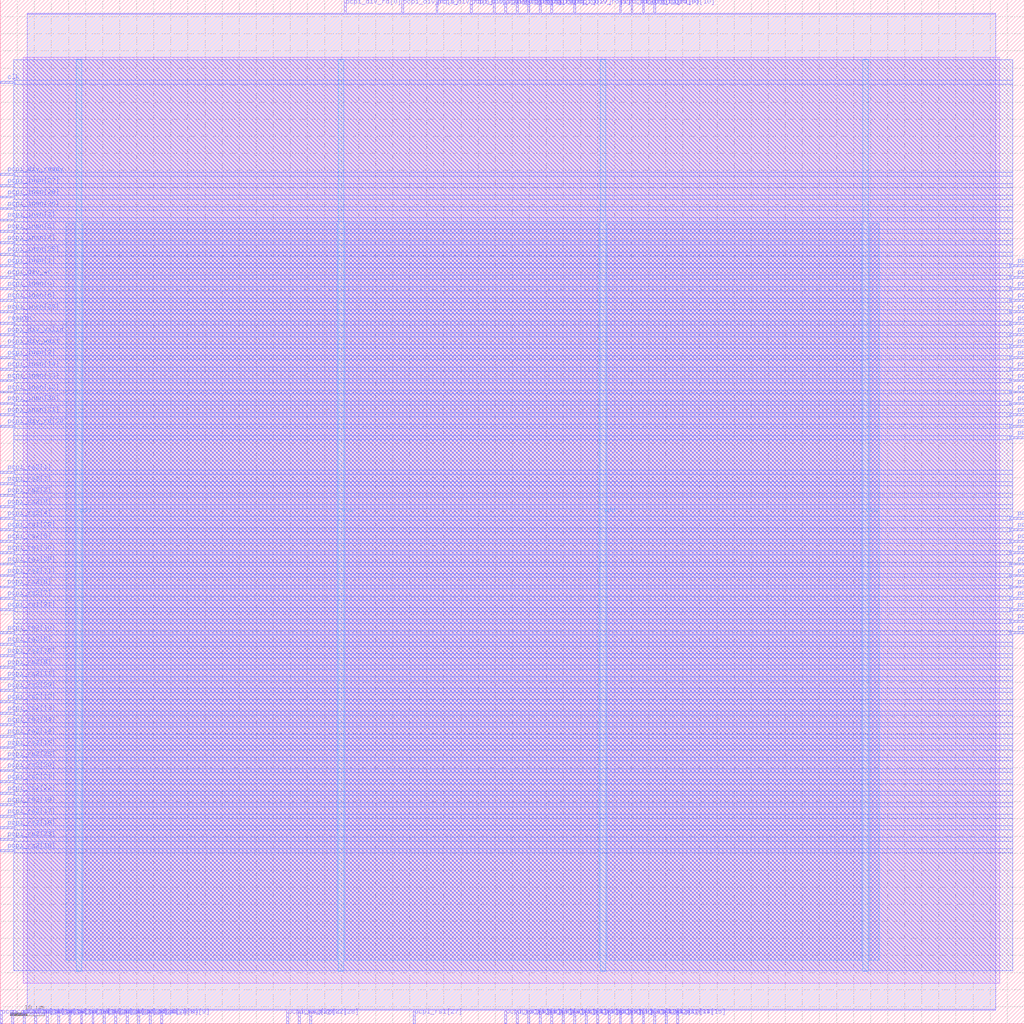
<source format=lef>
VERSION 5.7 ;
  NOWIREEXTENSIONATPIN ON ;
  DIVIDERCHAR "/" ;
  BUSBITCHARS "[]" ;
MACRO pcpi_div
  CLASS BLOCK ;
  FOREIGN pcpi_div ;
  ORIGIN 0.000 0.000 ;
  SIZE 300.000 BY 300.000 ;
  PIN clk
    DIRECTION INPUT ;
    USE SIGNAL ;
    ANTENNAGATEAREA 4.738000 ;
    ANTENNADIFFAREA 0.410400 ;
    PORT
      LAYER Metal3 ;
        RECT 0.000 275.520 4.000 276.080 ;
    END
  END clk
  PIN pcpi_div_rd[0]
    DIRECTION OUTPUT TRISTATE ;
    USE SIGNAL ;
    ANTENNADIFFAREA 4.731200 ;
    PORT
      LAYER Metal2 ;
        RECT 100.800 296.000 101.360 300.000 ;
    END
  END pcpi_div_rd[0]
  PIN pcpi_div_rd[10]
    DIRECTION OUTPUT TRISTATE ;
    USE SIGNAL ;
    ANTENNADIFFAREA 4.731200 ;
    PORT
      LAYER Metal2 ;
        RECT 191.520 296.000 192.080 300.000 ;
    END
  END pcpi_div_rd[10]
  PIN pcpi_div_rd[11]
    DIRECTION OUTPUT TRISTATE ;
    USE SIGNAL ;
    ANTENNADIFFAREA 4.731200 ;
    PORT
      LAYER Metal2 ;
        RECT 181.440 296.000 182.000 300.000 ;
    END
  END pcpi_div_rd[11]
  PIN pcpi_div_rd[12]
    DIRECTION OUTPUT TRISTATE ;
    USE SIGNAL ;
    ANTENNADIFFAREA 4.731200 ;
    PORT
      LAYER Metal3 ;
        RECT 296.000 171.360 300.000 171.920 ;
    END
  END pcpi_div_rd[12]
  PIN pcpi_div_rd[13]
    DIRECTION OUTPUT TRISTATE ;
    USE SIGNAL ;
    ANTENNADIFFAREA 4.731200 ;
    PORT
      LAYER Metal3 ;
        RECT 296.000 198.240 300.000 198.800 ;
    END
  END pcpi_div_rd[13]
  PIN pcpi_div_rd[14]
    DIRECTION OUTPUT TRISTATE ;
    USE SIGNAL ;
    ANTENNADIFFAREA 4.731200 ;
    PORT
      LAYER Metal3 ;
        RECT 296.000 221.760 300.000 222.320 ;
    END
  END pcpi_div_rd[14]
  PIN pcpi_div_rd[15]
    DIRECTION OUTPUT TRISTATE ;
    USE SIGNAL ;
    ANTENNADIFFAREA 4.731200 ;
    PORT
      LAYER Metal3 ;
        RECT 296.000 208.320 300.000 208.880 ;
    END
  END pcpi_div_rd[15]
  PIN pcpi_div_rd[16]
    DIRECTION OUTPUT TRISTATE ;
    USE SIGNAL ;
    ANTENNADIFFAREA 4.731200 ;
    PORT
      LAYER Metal3 ;
        RECT 296.000 191.520 300.000 192.080 ;
    END
  END pcpi_div_rd[16]
  PIN pcpi_div_rd[17]
    DIRECTION OUTPUT TRISTATE ;
    USE SIGNAL ;
    ANTENNADIFFAREA 4.731200 ;
    PORT
      LAYER Metal3 ;
        RECT 296.000 215.040 300.000 215.600 ;
    END
  END pcpi_div_rd[17]
  PIN pcpi_div_rd[18]
    DIRECTION OUTPUT TRISTATE ;
    USE SIGNAL ;
    ANTENNADIFFAREA 4.731200 ;
    PORT
      LAYER Metal3 ;
        RECT 296.000 174.720 300.000 175.280 ;
    END
  END pcpi_div_rd[18]
  PIN pcpi_div_rd[19]
    DIRECTION OUTPUT TRISTATE ;
    USE SIGNAL ;
    ANTENNADIFFAREA 4.731200 ;
    PORT
      LAYER Metal3 ;
        RECT 296.000 211.680 300.000 212.240 ;
    END
  END pcpi_div_rd[19]
  PIN pcpi_div_rd[1]
    DIRECTION OUTPUT TRISTATE ;
    USE SIGNAL ;
    ANTENNADIFFAREA 4.731200 ;
    PORT
      LAYER Metal2 ;
        RECT 168.000 296.000 168.560 300.000 ;
    END
  END pcpi_div_rd[1]
  PIN pcpi_div_rd[20]
    DIRECTION OUTPUT TRISTATE ;
    USE SIGNAL ;
    ANTENNADIFFAREA 4.731200 ;
    PORT
      LAYER Metal3 ;
        RECT 296.000 178.080 300.000 178.640 ;
    END
  END pcpi_div_rd[20]
  PIN pcpi_div_rd[21]
    DIRECTION OUTPUT TRISTATE ;
    USE SIGNAL ;
    ANTENNADIFFAREA 4.731200 ;
    PORT
      LAYER Metal3 ;
        RECT 296.000 204.960 300.000 205.520 ;
    END
  END pcpi_div_rd[21]
  PIN pcpi_div_rd[22]
    DIRECTION OUTPUT TRISTATE ;
    USE SIGNAL ;
    ANTENNADIFFAREA 4.731200 ;
    PORT
      LAYER Metal3 ;
        RECT 296.000 188.160 300.000 188.720 ;
    END
  END pcpi_div_rd[22]
  PIN pcpi_div_rd[23]
    DIRECTION OUTPUT TRISTATE ;
    USE SIGNAL ;
    ANTENNADIFFAREA 4.731200 ;
    PORT
      LAYER Metal3 ;
        RECT 296.000 201.600 300.000 202.160 ;
    END
  END pcpi_div_rd[23]
  PIN pcpi_div_rd[24]
    DIRECTION OUTPUT TRISTATE ;
    USE SIGNAL ;
    ANTENNADIFFAREA 4.731200 ;
    PORT
      LAYER Metal3 ;
        RECT 296.000 184.800 300.000 185.360 ;
    END
  END pcpi_div_rd[24]
  PIN pcpi_div_rd[25]
    DIRECTION OUTPUT TRISTATE ;
    USE SIGNAL ;
    ANTENNADIFFAREA 4.731200 ;
    PORT
      LAYER Metal3 ;
        RECT 296.000 218.400 300.000 218.960 ;
    END
  END pcpi_div_rd[25]
  PIN pcpi_div_rd[26]
    DIRECTION OUTPUT TRISTATE ;
    USE SIGNAL ;
    ANTENNADIFFAREA 4.731200 ;
    PORT
      LAYER Metal2 ;
        RECT 144.480 296.000 145.040 300.000 ;
    END
  END pcpi_div_rd[26]
  PIN pcpi_div_rd[27]
    DIRECTION OUTPUT TRISTATE ;
    USE SIGNAL ;
    ANTENNADIFFAREA 4.731200 ;
    PORT
      LAYER Metal2 ;
        RECT 161.280 296.000 161.840 300.000 ;
    END
  END pcpi_div_rd[27]
  PIN pcpi_div_rd[28]
    DIRECTION OUTPUT TRISTATE ;
    USE SIGNAL ;
    ANTENNADIFFAREA 4.731200 ;
    PORT
      LAYER Metal2 ;
        RECT 137.760 296.000 138.320 300.000 ;
    END
  END pcpi_div_rd[28]
  PIN pcpi_div_rd[29]
    DIRECTION OUTPUT TRISTATE ;
    USE SIGNAL ;
    ANTENNADIFFAREA 4.731200 ;
    PORT
      LAYER Metal2 ;
        RECT 151.200 296.000 151.760 300.000 ;
    END
  END pcpi_div_rd[29]
  PIN pcpi_div_rd[2]
    DIRECTION OUTPUT TRISTATE ;
    USE SIGNAL ;
    ANTENNADIFFAREA 4.731200 ;
    PORT
      LAYER Metal2 ;
        RECT 157.920 296.000 158.480 300.000 ;
    END
  END pcpi_div_rd[2]
  PIN pcpi_div_rd[30]
    DIRECTION OUTPUT TRISTATE ;
    USE SIGNAL ;
    ANTENNADIFFAREA 4.731200 ;
    PORT
      LAYER Metal3 ;
        RECT 0.000 174.720 4.000 175.280 ;
    END
  END pcpi_div_rd[30]
  PIN pcpi_div_rd[31]
    DIRECTION OUTPUT TRISTATE ;
    USE SIGNAL ;
    ANTENNADIFFAREA 4.731200 ;
    PORT
      LAYER Metal2 ;
        RECT 184.800 296.000 185.360 300.000 ;
    END
  END pcpi_div_rd[31]
  PIN pcpi_div_rd[3]
    DIRECTION OUTPUT TRISTATE ;
    USE SIGNAL ;
    ANTENNADIFFAREA 4.731200 ;
    PORT
      LAYER Metal2 ;
        RECT 154.560 296.000 155.120 300.000 ;
    END
  END pcpi_div_rd[3]
  PIN pcpi_div_rd[4]
    DIRECTION OUTPUT TRISTATE ;
    USE SIGNAL ;
    ANTENNADIFFAREA 4.731200 ;
    PORT
      LAYER Metal2 ;
        RECT 117.600 296.000 118.160 300.000 ;
    END
  END pcpi_div_rd[4]
  PIN pcpi_div_rd[5]
    DIRECTION OUTPUT TRISTATE ;
    USE SIGNAL ;
    ANTENNADIFFAREA 4.731200 ;
    PORT
      LAYER Metal2 ;
        RECT 127.680 296.000 128.240 300.000 ;
    END
  END pcpi_div_rd[5]
  PIN pcpi_div_rd[6]
    DIRECTION OUTPUT TRISTATE ;
    USE SIGNAL ;
    ANTENNADIFFAREA 4.731200 ;
    PORT
      LAYER Metal2 ;
        RECT 147.840 296.000 148.400 300.000 ;
    END
  END pcpi_div_rd[6]
  PIN pcpi_div_rd[7]
    DIRECTION OUTPUT TRISTATE ;
    USE SIGNAL ;
    ANTENNADIFFAREA 4.731200 ;
    PORT
      LAYER Metal3 ;
        RECT 296.000 194.880 300.000 195.440 ;
    END
  END pcpi_div_rd[7]
  PIN pcpi_div_rd[8]
    DIRECTION OUTPUT TRISTATE ;
    USE SIGNAL ;
    ANTENNADIFFAREA 4.731200 ;
    PORT
      LAYER Metal3 ;
        RECT 296.000 181.440 300.000 182.000 ;
    END
  END pcpi_div_rd[8]
  PIN pcpi_div_rd[9]
    DIRECTION OUTPUT TRISTATE ;
    USE SIGNAL ;
    ANTENNADIFFAREA 4.731200 ;
    PORT
      LAYER Metal2 ;
        RECT 188.160 296.000 188.720 300.000 ;
    END
  END pcpi_div_rd[9]
  PIN pcpi_div_ready
    DIRECTION OUTPUT TRISTATE ;
    USE SIGNAL ;
    ANTENNADIFFAREA 4.731200 ;
    PORT
      LAYER Metal3 ;
        RECT 0.000 248.640 4.000 249.200 ;
    END
  END pcpi_div_ready
  PIN pcpi_div_valid
    DIRECTION INPUT ;
    USE SIGNAL ;
    ANTENNAGATEAREA 0.741000 ;
    ANTENNADIFFAREA 0.410400 ;
    PORT
      LAYER Metal3 ;
        RECT 0.000 201.600 4.000 202.160 ;
    END
  END pcpi_div_valid
  PIN pcpi_div_wait
    DIRECTION OUTPUT TRISTATE ;
    USE SIGNAL ;
    ANTENNADIFFAREA 4.731200 ;
    PORT
      LAYER Metal3 ;
        RECT 0.000 198.240 4.000 198.800 ;
    END
  END pcpi_div_wait
  PIN pcpi_div_wr
    DIRECTION OUTPUT TRISTATE ;
    USE SIGNAL ;
    ANTENNADIFFAREA 4.731200 ;
    PORT
      LAYER Metal3 ;
        RECT 0.000 218.400 4.000 218.960 ;
    END
  END pcpi_div_wr
  PIN pcpi_insn[0]
    DIRECTION INPUT ;
    USE SIGNAL ;
    ANTENNAGATEAREA 0.741000 ;
    ANTENNADIFFAREA 0.410400 ;
    PORT
      LAYER Metal3 ;
        RECT 0.000 215.040 4.000 215.600 ;
    END
  END pcpi_insn[0]
  PIN pcpi_insn[10]
    DIRECTION INPUT ;
    USE SIGNAL ;
    PORT
      LAYER Metal2 ;
        RECT 0.000 0.000 0.560 4.000 ;
    END
  END pcpi_insn[10]
  PIN pcpi_insn[11]
    DIRECTION INPUT ;
    USE SIGNAL ;
    PORT
      LAYER Metal2 ;
        RECT 3.360 0.000 3.920 4.000 ;
    END
  END pcpi_insn[11]
  PIN pcpi_insn[12]
    DIRECTION INPUT ;
    USE SIGNAL ;
    ANTENNAGATEAREA 0.741000 ;
    ANTENNADIFFAREA 0.410400 ;
    PORT
      LAYER Metal3 ;
        RECT 0.000 184.800 4.000 185.360 ;
    END
  END pcpi_insn[12]
  PIN pcpi_insn[13]
    DIRECTION INPUT ;
    USE SIGNAL ;
    ANTENNAGATEAREA 0.741000 ;
    ANTENNADIFFAREA 0.410400 ;
    PORT
      LAYER Metal3 ;
        RECT 0.000 188.160 4.000 188.720 ;
    END
  END pcpi_insn[13]
  PIN pcpi_insn[14]
    DIRECTION INPUT ;
    USE SIGNAL ;
    ANTENNAGATEAREA 0.741000 ;
    ANTENNADIFFAREA 0.410400 ;
    PORT
      LAYER Metal3 ;
        RECT 0.000 191.520 4.000 192.080 ;
    END
  END pcpi_insn[14]
  PIN pcpi_insn[15]
    DIRECTION INPUT ;
    USE SIGNAL ;
    PORT
      LAYER Metal2 ;
        RECT 6.720 0.000 7.280 4.000 ;
    END
  END pcpi_insn[15]
  PIN pcpi_insn[16]
    DIRECTION INPUT ;
    USE SIGNAL ;
    PORT
      LAYER Metal2 ;
        RECT 10.080 0.000 10.640 4.000 ;
    END
  END pcpi_insn[16]
  PIN pcpi_insn[17]
    DIRECTION INPUT ;
    USE SIGNAL ;
    PORT
      LAYER Metal2 ;
        RECT 13.440 0.000 14.000 4.000 ;
    END
  END pcpi_insn[17]
  PIN pcpi_insn[18]
    DIRECTION INPUT ;
    USE SIGNAL ;
    PORT
      LAYER Metal2 ;
        RECT 16.800 0.000 17.360 4.000 ;
    END
  END pcpi_insn[18]
  PIN pcpi_insn[19]
    DIRECTION INPUT ;
    USE SIGNAL ;
    PORT
      LAYER Metal2 ;
        RECT 20.160 0.000 20.720 4.000 ;
    END
  END pcpi_insn[19]
  PIN pcpi_insn[1]
    DIRECTION INPUT ;
    USE SIGNAL ;
    ANTENNAGATEAREA 0.741000 ;
    ANTENNADIFFAREA 0.410400 ;
    PORT
      LAYER Metal3 ;
        RECT 0.000 221.760 4.000 222.320 ;
    END
  END pcpi_insn[1]
  PIN pcpi_insn[20]
    DIRECTION INPUT ;
    USE SIGNAL ;
    PORT
      LAYER Metal2 ;
        RECT 23.520 0.000 24.080 4.000 ;
    END
  END pcpi_insn[20]
  PIN pcpi_insn[21]
    DIRECTION INPUT ;
    USE SIGNAL ;
    PORT
      LAYER Metal2 ;
        RECT 26.880 0.000 27.440 4.000 ;
    END
  END pcpi_insn[21]
  PIN pcpi_insn[22]
    DIRECTION INPUT ;
    USE SIGNAL ;
    PORT
      LAYER Metal2 ;
        RECT 30.240 0.000 30.800 4.000 ;
    END
  END pcpi_insn[22]
  PIN pcpi_insn[23]
    DIRECTION INPUT ;
    USE SIGNAL ;
    PORT
      LAYER Metal2 ;
        RECT 33.600 0.000 34.160 4.000 ;
    END
  END pcpi_insn[23]
  PIN pcpi_insn[24]
    DIRECTION INPUT ;
    USE SIGNAL ;
    PORT
      LAYER Metal2 ;
        RECT 36.960 0.000 37.520 4.000 ;
    END
  END pcpi_insn[24]
  PIN pcpi_insn[25]
    DIRECTION INPUT ;
    USE SIGNAL ;
    ANTENNAGATEAREA 0.741000 ;
    ANTENNADIFFAREA 0.410400 ;
    PORT
      LAYER Metal3 ;
        RECT 0.000 225.120 4.000 225.680 ;
    END
  END pcpi_insn[25]
  PIN pcpi_insn[26]
    DIRECTION INPUT ;
    USE SIGNAL ;
    ANTENNAGATEAREA 0.741000 ;
    ANTENNADIFFAREA 0.410400 ;
    PORT
      LAYER Metal3 ;
        RECT 0.000 238.560 4.000 239.120 ;
    END
  END pcpi_insn[26]
  PIN pcpi_insn[27]
    DIRECTION INPUT ;
    USE SIGNAL ;
    ANTENNAGATEAREA 0.741000 ;
    ANTENNADIFFAREA 0.410400 ;
    PORT
      LAYER Metal3 ;
        RECT 0.000 245.280 4.000 245.840 ;
    END
  END pcpi_insn[27]
  PIN pcpi_insn[28]
    DIRECTION INPUT ;
    USE SIGNAL ;
    ANTENNAGATEAREA 0.741000 ;
    ANTENNADIFFAREA 0.410400 ;
    PORT
      LAYER Metal3 ;
        RECT 0.000 241.920 4.000 242.480 ;
    END
  END pcpi_insn[28]
  PIN pcpi_insn[29]
    DIRECTION INPUT ;
    USE SIGNAL ;
    ANTENNAGATEAREA 0.741000 ;
    ANTENNADIFFAREA 0.410400 ;
    PORT
      LAYER Metal3 ;
        RECT 0.000 208.320 4.000 208.880 ;
    END
  END pcpi_insn[29]
  PIN pcpi_insn[2]
    DIRECTION INPUT ;
    USE SIGNAL ;
    ANTENNAGATEAREA 0.741000 ;
    ANTENNADIFFAREA 0.410400 ;
    PORT
      LAYER Metal3 ;
        RECT 0.000 235.200 4.000 235.760 ;
    END
  END pcpi_insn[2]
  PIN pcpi_insn[30]
    DIRECTION INPUT ;
    USE SIGNAL ;
    ANTENNAGATEAREA 0.741000 ;
    ANTENNADIFFAREA 0.410400 ;
    PORT
      LAYER Metal3 ;
        RECT 0.000 181.440 4.000 182.000 ;
    END
  END pcpi_insn[30]
  PIN pcpi_insn[31]
    DIRECTION INPUT ;
    USE SIGNAL ;
    ANTENNAGATEAREA 0.741000 ;
    ANTENNADIFFAREA 0.410400 ;
    PORT
      LAYER Metal3 ;
        RECT 0.000 178.080 4.000 178.640 ;
    END
  END pcpi_insn[31]
  PIN pcpi_insn[3]
    DIRECTION INPUT ;
    USE SIGNAL ;
    ANTENNAGATEAREA 0.741000 ;
    ANTENNADIFFAREA 0.410400 ;
    PORT
      LAYER Metal3 ;
        RECT 0.000 194.880 4.000 195.440 ;
    END
  END pcpi_insn[3]
  PIN pcpi_insn[4]
    DIRECTION INPUT ;
    USE SIGNAL ;
    ANTENNAGATEAREA 0.741000 ;
    ANTENNADIFFAREA 0.410400 ;
    PORT
      LAYER Metal3 ;
        RECT 0.000 228.480 4.000 229.040 ;
    END
  END pcpi_insn[4]
  PIN pcpi_insn[5]
    DIRECTION INPUT ;
    USE SIGNAL ;
    ANTENNAGATEAREA 0.741000 ;
    ANTENNADIFFAREA 0.410400 ;
    PORT
      LAYER Metal3 ;
        RECT 0.000 231.840 4.000 232.400 ;
    END
  END pcpi_insn[5]
  PIN pcpi_insn[6]
    DIRECTION INPUT ;
    USE SIGNAL ;
    ANTENNAGATEAREA 0.741000 ;
    ANTENNADIFFAREA 0.410400 ;
    PORT
      LAYER Metal3 ;
        RECT 0.000 211.680 4.000 212.240 ;
    END
  END pcpi_insn[6]
  PIN pcpi_insn[7]
    DIRECTION INPUT ;
    USE SIGNAL ;
    PORT
      LAYER Metal2 ;
        RECT 40.320 0.000 40.880 4.000 ;
    END
  END pcpi_insn[7]
  PIN pcpi_insn[8]
    DIRECTION INPUT ;
    USE SIGNAL ;
    PORT
      LAYER Metal2 ;
        RECT 43.680 0.000 44.240 4.000 ;
    END
  END pcpi_insn[8]
  PIN pcpi_insn[9]
    DIRECTION INPUT ;
    USE SIGNAL ;
    PORT
      LAYER Metal2 ;
        RECT 47.040 0.000 47.600 4.000 ;
    END
  END pcpi_insn[9]
  PIN pcpi_rs1[0]
    DIRECTION INPUT ;
    USE SIGNAL ;
    ANTENNAGATEAREA 0.741000 ;
    ANTENNADIFFAREA 0.410400 ;
    PORT
      LAYER Metal2 ;
        RECT 147.840 0.000 148.400 4.000 ;
    END
  END pcpi_rs1[0]
  PIN pcpi_rs1[10]
    DIRECTION INPUT ;
    USE SIGNAL ;
    ANTENNAGATEAREA 0.498500 ;
    ANTENNADIFFAREA 0.410400 ;
    PORT
      LAYER Metal2 ;
        RECT 191.520 0.000 192.080 4.000 ;
    END
  END pcpi_rs1[10]
  PIN pcpi_rs1[11]
    DIRECTION INPUT ;
    USE SIGNAL ;
    ANTENNAGATEAREA 0.741000 ;
    ANTENNADIFFAREA 0.410400 ;
    PORT
      LAYER Metal2 ;
        RECT 181.440 0.000 182.000 4.000 ;
    END
  END pcpi_rs1[11]
  PIN pcpi_rs1[12]
    DIRECTION INPUT ;
    USE SIGNAL ;
    ANTENNAGATEAREA 0.498500 ;
    ANTENNADIFFAREA 0.410400 ;
    PORT
      LAYER Metal2 ;
        RECT 184.800 0.000 185.360 4.000 ;
    END
  END pcpi_rs1[12]
  PIN pcpi_rs1[13]
    DIRECTION INPUT ;
    USE SIGNAL ;
    ANTENNAGATEAREA 0.498500 ;
    ANTENNADIFFAREA 0.410400 ;
    PORT
      LAYER Metal2 ;
        RECT 188.160 0.000 188.720 4.000 ;
    END
  END pcpi_rs1[13]
  PIN pcpi_rs1[14]
    DIRECTION INPUT ;
    USE SIGNAL ;
    ANTENNAGATEAREA 0.498500 ;
    ANTENNADIFFAREA 0.410400 ;
    PORT
      LAYER Metal2 ;
        RECT 194.880 0.000 195.440 4.000 ;
    END
  END pcpi_rs1[14]
  PIN pcpi_rs1[15]
    DIRECTION INPUT ;
    USE SIGNAL ;
    ANTENNAGATEAREA 0.741000 ;
    ANTENNADIFFAREA 0.410400 ;
    PORT
      LAYER Metal2 ;
        RECT 198.240 0.000 198.800 4.000 ;
    END
  END pcpi_rs1[15]
  PIN pcpi_rs1[16]
    DIRECTION INPUT ;
    USE SIGNAL ;
    ANTENNAGATEAREA 0.741000 ;
    ANTENNADIFFAREA 0.410400 ;
    PORT
      LAYER Metal3 ;
        RECT 296.000 117.600 300.000 118.160 ;
    END
  END pcpi_rs1[16]
  PIN pcpi_rs1[17]
    DIRECTION INPUT ;
    USE SIGNAL ;
    ANTENNAGATEAREA 0.498500 ;
    ANTENNADIFFAREA 0.410400 ;
    PORT
      LAYER Metal3 ;
        RECT 296.000 114.240 300.000 114.800 ;
    END
  END pcpi_rs1[17]
  PIN pcpi_rs1[18]
    DIRECTION INPUT ;
    USE SIGNAL ;
    ANTENNAGATEAREA 0.498500 ;
    ANTENNADIFFAREA 0.410400 ;
    PORT
      LAYER Metal3 ;
        RECT 296.000 124.320 300.000 124.880 ;
    END
  END pcpi_rs1[18]
  PIN pcpi_rs1[19]
    DIRECTION INPUT ;
    USE SIGNAL ;
    ANTENNAGATEAREA 0.741000 ;
    ANTENNADIFFAREA 0.410400 ;
    PORT
      LAYER Metal3 ;
        RECT 296.000 120.960 300.000 121.520 ;
    END
  END pcpi_rs1[19]
  PIN pcpi_rs1[1]
    DIRECTION INPUT ;
    USE SIGNAL ;
    ANTENNAGATEAREA 0.726000 ;
    ANTENNADIFFAREA 0.410400 ;
    PORT
      LAYER Metal2 ;
        RECT 164.640 0.000 165.200 4.000 ;
    END
  END pcpi_rs1[1]
  PIN pcpi_rs1[20]
    DIRECTION INPUT ;
    USE SIGNAL ;
    ANTENNAGATEAREA 0.498500 ;
    ANTENNADIFFAREA 0.410400 ;
    PORT
      LAYER Metal3 ;
        RECT 296.000 127.680 300.000 128.240 ;
    END
  END pcpi_rs1[20]
  PIN pcpi_rs1[21]
    DIRECTION INPUT ;
    USE SIGNAL ;
    ANTENNAGATEAREA 0.741000 ;
    ANTENNADIFFAREA 0.410400 ;
    PORT
      LAYER Metal3 ;
        RECT 296.000 131.040 300.000 131.600 ;
    END
  END pcpi_rs1[21]
  PIN pcpi_rs1[22]
    DIRECTION INPUT ;
    USE SIGNAL ;
    ANTENNAGATEAREA 0.498500 ;
    ANTENNADIFFAREA 0.410400 ;
    PORT
      LAYER Metal3 ;
        RECT 296.000 147.840 300.000 148.400 ;
    END
  END pcpi_rs1[22]
  PIN pcpi_rs1[23]
    DIRECTION INPUT ;
    USE SIGNAL ;
    ANTENNAGATEAREA 0.741000 ;
    ANTENNADIFFAREA 0.410400 ;
    PORT
      LAYER Metal3 ;
        RECT 296.000 144.480 300.000 145.040 ;
    END
  END pcpi_rs1[23]
  PIN pcpi_rs1[24]
    DIRECTION INPUT ;
    USE SIGNAL ;
    ANTENNAGATEAREA 0.498500 ;
    ANTENNADIFFAREA 0.410400 ;
    PORT
      LAYER Metal3 ;
        RECT 296.000 137.760 300.000 138.320 ;
    END
  END pcpi_rs1[24]
  PIN pcpi_rs1[25]
    DIRECTION INPUT ;
    USE SIGNAL ;
    ANTENNAGATEAREA 0.741000 ;
    ANTENNADIFFAREA 0.410400 ;
    PORT
      LAYER Metal3 ;
        RECT 296.000 134.400 300.000 134.960 ;
    END
  END pcpi_rs1[25]
  PIN pcpi_rs1[26]
    DIRECTION INPUT ;
    USE SIGNAL ;
    ANTENNAGATEAREA 0.741000 ;
    ANTENNADIFFAREA 0.410400 ;
    PORT
      LAYER Metal3 ;
        RECT 296.000 141.120 300.000 141.680 ;
    END
  END pcpi_rs1[26]
  PIN pcpi_rs1[27]
    DIRECTION INPUT ;
    USE SIGNAL ;
    ANTENNAGATEAREA 0.726000 ;
    ANTENNADIFFAREA 0.410400 ;
    PORT
      LAYER Metal2 ;
        RECT 120.960 0.000 121.520 4.000 ;
    END
  END pcpi_rs1[27]
  PIN pcpi_rs1[28]
    DIRECTION INPUT ;
    USE SIGNAL ;
    ANTENNAGATEAREA 0.741000 ;
    ANTENNADIFFAREA 0.410400 ;
    PORT
      LAYER Metal3 ;
        RECT 0.000 144.480 4.000 145.040 ;
    END
  END pcpi_rs1[28]
  PIN pcpi_rs1[29]
    DIRECTION INPUT ;
    USE SIGNAL ;
    ANTENNAGATEAREA 0.498500 ;
    ANTENNADIFFAREA 0.410400 ;
    PORT
      LAYER Metal3 ;
        RECT 0.000 134.400 4.000 134.960 ;
    END
  END pcpi_rs1[29]
  PIN pcpi_rs1[2]
    DIRECTION INPUT ;
    USE SIGNAL ;
    ANTENNAGATEAREA 0.498500 ;
    ANTENNADIFFAREA 0.410400 ;
    PORT
      LAYER Metal2 ;
        RECT 171.360 0.000 171.920 4.000 ;
    END
  END pcpi_rs1[2]
  PIN pcpi_rs1[30]
    DIRECTION INPUT ;
    USE SIGNAL ;
    ANTENNAGATEAREA 0.741000 ;
    ANTENNADIFFAREA 0.410400 ;
    PORT
      LAYER Metal3 ;
        RECT 0.000 137.760 4.000 138.320 ;
    END
  END pcpi_rs1[30]
  PIN pcpi_rs1[31]
    DIRECTION INPUT ;
    USE SIGNAL ;
    ANTENNAGATEAREA 0.741000 ;
    ANTENNADIFFAREA 0.410400 ;
    PORT
      LAYER Metal3 ;
        RECT 0.000 120.960 4.000 121.520 ;
    END
  END pcpi_rs1[31]
  PIN pcpi_rs1[3]
    DIRECTION INPUT ;
    USE SIGNAL ;
    ANTENNAGATEAREA 0.498500 ;
    ANTENNADIFFAREA 0.410400 ;
    PORT
      LAYER Metal2 ;
        RECT 168.000 0.000 168.560 4.000 ;
    END
  END pcpi_rs1[3]
  PIN pcpi_rs1[4]
    DIRECTION INPUT ;
    USE SIGNAL ;
    ANTENNAGATEAREA 0.498500 ;
    ANTENNADIFFAREA 0.410400 ;
    PORT
      LAYER Metal2 ;
        RECT 157.920 0.000 158.480 4.000 ;
    END
  END pcpi_rs1[4]
  PIN pcpi_rs1[5]
    DIRECTION INPUT ;
    USE SIGNAL ;
    ANTENNAGATEAREA 0.741000 ;
    ANTENNADIFFAREA 0.410400 ;
    PORT
      LAYER Metal2 ;
        RECT 161.280 0.000 161.840 4.000 ;
    END
  END pcpi_rs1[5]
  PIN pcpi_rs1[6]
    DIRECTION INPUT ;
    USE SIGNAL ;
    ANTENNAGATEAREA 0.498500 ;
    ANTENNADIFFAREA 0.410400 ;
    PORT
      LAYER Metal2 ;
        RECT 151.200 0.000 151.760 4.000 ;
    END
  END pcpi_rs1[6]
  PIN pcpi_rs1[7]
    DIRECTION INPUT ;
    USE SIGNAL ;
    ANTENNAGATEAREA 0.741000 ;
    ANTENNADIFFAREA 0.410400 ;
    PORT
      LAYER Metal2 ;
        RECT 154.560 0.000 155.120 4.000 ;
    END
  END pcpi_rs1[7]
  PIN pcpi_rs1[8]
    DIRECTION INPUT ;
    USE SIGNAL ;
    ANTENNAGATEAREA 0.498500 ;
    ANTENNADIFFAREA 0.410400 ;
    PORT
      LAYER Metal2 ;
        RECT 174.720 0.000 175.280 4.000 ;
    END
  END pcpi_rs1[8]
  PIN pcpi_rs1[9]
    DIRECTION INPUT ;
    USE SIGNAL ;
    ANTENNAGATEAREA 0.741000 ;
    ANTENNADIFFAREA 0.410400 ;
    PORT
      LAYER Metal2 ;
        RECT 178.080 0.000 178.640 4.000 ;
    END
  END pcpi_rs1[9]
  PIN pcpi_rs2[0]
    DIRECTION INPUT ;
    USE SIGNAL ;
    ANTENNAGATEAREA 0.741000 ;
    ANTENNADIFFAREA 0.410400 ;
    PORT
      LAYER Metal3 ;
        RECT 0.000 151.200 4.000 151.760 ;
    END
  END pcpi_rs2[0]
  PIN pcpi_rs2[10]
    DIRECTION INPUT ;
    USE SIGNAL ;
    ANTENNAGATEAREA 0.726000 ;
    ANTENNADIFFAREA 0.410400 ;
    PORT
      LAYER Metal3 ;
        RECT 0.000 114.240 4.000 114.800 ;
    END
  END pcpi_rs2[10]
  PIN pcpi_rs2[11]
    DIRECTION INPUT ;
    USE SIGNAL ;
    ANTENNAGATEAREA 0.498500 ;
    ANTENNADIFFAREA 0.410400 ;
    PORT
      LAYER Metal3 ;
        RECT 0.000 100.800 4.000 101.360 ;
    END
  END pcpi_rs2[11]
  PIN pcpi_rs2[12]
    DIRECTION INPUT ;
    USE SIGNAL ;
    ANTENNAGATEAREA 0.741000 ;
    ANTENNADIFFAREA 0.410400 ;
    PORT
      LAYER Metal3 ;
        RECT 0.000 94.080 4.000 94.640 ;
    END
  END pcpi_rs2[12]
  PIN pcpi_rs2[13]
    DIRECTION INPUT ;
    USE SIGNAL ;
    ANTENNAGATEAREA 0.741000 ;
    ANTENNADIFFAREA 0.410400 ;
    PORT
      LAYER Metal3 ;
        RECT 0.000 90.720 4.000 91.280 ;
    END
  END pcpi_rs2[13]
  PIN pcpi_rs2[14]
    DIRECTION INPUT ;
    USE SIGNAL ;
    ANTENNAGATEAREA 0.741000 ;
    ANTENNADIFFAREA 0.410400 ;
    PORT
      LAYER Metal3 ;
        RECT 0.000 84.000 4.000 84.560 ;
    END
  END pcpi_rs2[14]
  PIN pcpi_rs2[15]
    DIRECTION INPUT ;
    USE SIGNAL ;
    ANTENNAGATEAREA 0.741000 ;
    ANTENNADIFFAREA 0.410400 ;
    PORT
      LAYER Metal3 ;
        RECT 0.000 80.640 4.000 81.200 ;
    END
  END pcpi_rs2[15]
  PIN pcpi_rs2[16]
    DIRECTION INPUT ;
    USE SIGNAL ;
    ANTENNAGATEAREA 0.498500 ;
    ANTENNADIFFAREA 0.410400 ;
    PORT
      LAYER Metal3 ;
        RECT 0.000 50.400 4.000 50.960 ;
    END
  END pcpi_rs2[16]
  PIN pcpi_rs2[17]
    DIRECTION INPUT ;
    USE SIGNAL ;
    ANTENNAGATEAREA 0.741000 ;
    ANTENNADIFFAREA 0.410400 ;
    PORT
      LAYER Metal3 ;
        RECT 0.000 60.480 4.000 61.040 ;
    END
  END pcpi_rs2[17]
  PIN pcpi_rs2[18]
    DIRECTION INPUT ;
    USE SIGNAL ;
    ANTENNAGATEAREA 0.741000 ;
    ANTENNADIFFAREA 0.410400 ;
    PORT
      LAYER Metal3 ;
        RECT 0.000 57.120 4.000 57.680 ;
    END
  END pcpi_rs2[18]
  PIN pcpi_rs2[19]
    DIRECTION INPUT ;
    USE SIGNAL ;
    ANTENNAGATEAREA 0.741000 ;
    ANTENNADIFFAREA 0.410400 ;
    PORT
      LAYER Metal3 ;
        RECT 0.000 63.840 4.000 64.400 ;
    END
  END pcpi_rs2[19]
  PIN pcpi_rs2[1]
    DIRECTION INPUT ;
    USE SIGNAL ;
    ANTENNAGATEAREA 0.498500 ;
    ANTENNADIFFAREA 0.410400 ;
    PORT
      LAYER Metal3 ;
        RECT 0.000 161.280 4.000 161.840 ;
    END
  END pcpi_rs2[1]
  PIN pcpi_rs2[20]
    DIRECTION INPUT ;
    USE SIGNAL ;
    ANTENNAGATEAREA 0.498500 ;
    ANTENNADIFFAREA 0.410400 ;
    PORT
      LAYER Metal3 ;
        RECT 0.000 73.920 4.000 74.480 ;
    END
  END pcpi_rs2[20]
  PIN pcpi_rs2[21]
    DIRECTION INPUT ;
    USE SIGNAL ;
    ANTENNAGATEAREA 0.741000 ;
    ANTENNADIFFAREA 0.410400 ;
    PORT
      LAYER Metal3 ;
        RECT 0.000 70.560 4.000 71.120 ;
    END
  END pcpi_rs2[21]
  PIN pcpi_rs2[22]
    DIRECTION INPUT ;
    USE SIGNAL ;
    ANTENNAGATEAREA 0.498500 ;
    ANTENNADIFFAREA 0.410400 ;
    PORT
      LAYER Metal3 ;
        RECT 0.000 67.200 4.000 67.760 ;
    END
  END pcpi_rs2[22]
  PIN pcpi_rs2[23]
    DIRECTION INPUT ;
    USE SIGNAL ;
    ANTENNAGATEAREA 0.741000 ;
    ANTENNADIFFAREA 0.410400 ;
    PORT
      LAYER Metal3 ;
        RECT 0.000 53.760 4.000 54.320 ;
    END
  END pcpi_rs2[23]
  PIN pcpi_rs2[24]
    DIRECTION INPUT ;
    USE SIGNAL ;
    ANTENNAGATEAREA 0.498500 ;
    ANTENNADIFFAREA 0.410400 ;
    PORT
      LAYER Metal3 ;
        RECT 0.000 87.360 4.000 87.920 ;
    END
  END pcpi_rs2[24]
  PIN pcpi_rs2[25]
    DIRECTION INPUT ;
    USE SIGNAL ;
    ANTENNAGATEAREA 0.741000 ;
    ANTENNADIFFAREA 0.410400 ;
    PORT
      LAYER Metal3 ;
        RECT 0.000 77.280 4.000 77.840 ;
    END
  END pcpi_rs2[25]
  PIN pcpi_rs2[26]
    DIRECTION INPUT ;
    USE SIGNAL ;
    ANTENNAGATEAREA 0.741000 ;
    ANTENNADIFFAREA 0.410400 ;
    PORT
      LAYER Metal2 ;
        RECT 84.000 0.000 84.560 4.000 ;
    END
  END pcpi_rs2[26]
  PIN pcpi_rs2[27]
    DIRECTION INPUT ;
    USE SIGNAL ;
    ANTENNAGATEAREA 0.498500 ;
    ANTENNADIFFAREA 0.410400 ;
    PORT
      LAYER Metal2 ;
        RECT 87.360 0.000 87.920 4.000 ;
    END
  END pcpi_rs2[27]
  PIN pcpi_rs2[28]
    DIRECTION INPUT ;
    USE SIGNAL ;
    ANTENNAGATEAREA 0.741000 ;
    ANTENNADIFFAREA 0.410400 ;
    PORT
      LAYER Metal2 ;
        RECT 90.720 0.000 91.280 4.000 ;
    END
  END pcpi_rs2[28]
  PIN pcpi_rs2[29]
    DIRECTION INPUT ;
    USE SIGNAL ;
    ANTENNAGATEAREA 0.741000 ;
    ANTENNADIFFAREA 0.410400 ;
    PORT
      LAYER Metal3 ;
        RECT 0.000 97.440 4.000 98.000 ;
    END
  END pcpi_rs2[29]
  PIN pcpi_rs2[2]
    DIRECTION INPUT ;
    USE SIGNAL ;
    ANTENNAGATEAREA 0.741000 ;
    ANTENNADIFFAREA 0.410400 ;
    PORT
      LAYER Metal3 ;
        RECT 0.000 154.560 4.000 155.120 ;
    END
  END pcpi_rs2[2]
  PIN pcpi_rs2[30]
    DIRECTION INPUT ;
    USE SIGNAL ;
    ANTENNAGATEAREA 0.741000 ;
    ANTENNADIFFAREA 0.410400 ;
    PORT
      LAYER Metal3 ;
        RECT 0.000 107.520 4.000 108.080 ;
    END
  END pcpi_rs2[30]
  PIN pcpi_rs2[31]
    DIRECTION INPUT ;
    USE SIGNAL ;
    ANTENNAGATEAREA 0.741000 ;
    ANTENNADIFFAREA 0.410400 ;
    PORT
      LAYER Metal3 ;
        RECT 0.000 131.040 4.000 131.600 ;
    END
  END pcpi_rs2[31]
  PIN pcpi_rs2[3]
    DIRECTION INPUT ;
    USE SIGNAL ;
    ANTENNAGATEAREA 0.741000 ;
    ANTENNADIFFAREA 0.410400 ;
    PORT
      LAYER Metal3 ;
        RECT 0.000 157.920 4.000 158.480 ;
    END
  END pcpi_rs2[3]
  PIN pcpi_rs2[4]
    DIRECTION INPUT ;
    USE SIGNAL ;
    ANTENNAGATEAREA 0.741000 ;
    ANTENNADIFFAREA 0.410400 ;
    PORT
      LAYER Metal3 ;
        RECT 0.000 147.840 4.000 148.400 ;
    END
  END pcpi_rs2[4]
  PIN pcpi_rs2[5]
    DIRECTION INPUT ;
    USE SIGNAL ;
    ANTENNAGATEAREA 0.741000 ;
    ANTENNADIFFAREA 0.410400 ;
    PORT
      LAYER Metal3 ;
        RECT 0.000 141.120 4.000 141.680 ;
    END
  END pcpi_rs2[5]
  PIN pcpi_rs2[6]
    DIRECTION INPUT ;
    USE SIGNAL ;
    ANTENNAGATEAREA 0.726000 ;
    ANTENNADIFFAREA 0.410400 ;
    PORT
      LAYER Metal3 ;
        RECT 0.000 127.680 4.000 128.240 ;
    END
  END pcpi_rs2[6]
  PIN pcpi_rs2[7]
    DIRECTION INPUT ;
    USE SIGNAL ;
    ANTENNAGATEAREA 0.498500 ;
    ANTENNADIFFAREA 0.410400 ;
    PORT
      LAYER Metal3 ;
        RECT 0.000 124.320 4.000 124.880 ;
    END
  END pcpi_rs2[7]
  PIN pcpi_rs2[8]
    DIRECTION INPUT ;
    USE SIGNAL ;
    ANTENNAGATEAREA 0.726000 ;
    ANTENNADIFFAREA 0.410400 ;
    PORT
      LAYER Metal3 ;
        RECT 0.000 110.880 4.000 111.440 ;
    END
  END pcpi_rs2[8]
  PIN pcpi_rs2[9]
    DIRECTION INPUT ;
    USE SIGNAL ;
    ANTENNAGATEAREA 0.726000 ;
    ANTENNADIFFAREA 0.410400 ;
    PORT
      LAYER Metal3 ;
        RECT 0.000 104.160 4.000 104.720 ;
    END
  END pcpi_rs2[9]
  PIN resetn
    DIRECTION INPUT ;
    USE SIGNAL ;
    ANTENNAGATEAREA 0.741000 ;
    ANTENNADIFFAREA 0.410400 ;
    PORT
      LAYER Metal3 ;
        RECT 0.000 204.960 4.000 205.520 ;
    END
  END resetn
  PIN vdd
    DIRECTION INOUT ;
    USE POWER ;
    PORT
      LAYER Metal4 ;
        RECT 22.240 15.380 23.840 282.540 ;
    END
    PORT
      LAYER Metal4 ;
        RECT 175.840 15.380 177.440 282.540 ;
    END
  END vdd
  PIN vss
    DIRECTION INOUT ;
    USE GROUND ;
    PORT
      LAYER Metal4 ;
        RECT 99.040 15.380 100.640 282.540 ;
    END
    PORT
      LAYER Metal4 ;
        RECT 252.640 15.380 254.240 282.540 ;
    END
  END vss
  OBS
      LAYER Metal1 ;
        RECT 6.720 11.910 292.880 283.210 ;
      LAYER Metal2 ;
        RECT 7.980 295.700 100.500 296.000 ;
        RECT 101.660 295.700 117.300 296.000 ;
        RECT 118.460 295.700 127.380 296.000 ;
        RECT 128.540 295.700 137.460 296.000 ;
        RECT 138.620 295.700 144.180 296.000 ;
        RECT 145.340 295.700 147.540 296.000 ;
        RECT 148.700 295.700 150.900 296.000 ;
        RECT 152.060 295.700 154.260 296.000 ;
        RECT 155.420 295.700 157.620 296.000 ;
        RECT 158.780 295.700 160.980 296.000 ;
        RECT 162.140 295.700 167.700 296.000 ;
        RECT 168.860 295.700 181.140 296.000 ;
        RECT 182.300 295.700 184.500 296.000 ;
        RECT 185.660 295.700 187.860 296.000 ;
        RECT 189.020 295.700 191.220 296.000 ;
        RECT 192.380 295.700 291.620 296.000 ;
        RECT 7.980 4.300 291.620 295.700 ;
        RECT 7.980 4.000 9.780 4.300 ;
        RECT 10.940 4.000 13.140 4.300 ;
        RECT 14.300 4.000 16.500 4.300 ;
        RECT 17.660 4.000 19.860 4.300 ;
        RECT 21.020 4.000 23.220 4.300 ;
        RECT 24.380 4.000 26.580 4.300 ;
        RECT 27.740 4.000 29.940 4.300 ;
        RECT 31.100 4.000 33.300 4.300 ;
        RECT 34.460 4.000 36.660 4.300 ;
        RECT 37.820 4.000 40.020 4.300 ;
        RECT 41.180 4.000 43.380 4.300 ;
        RECT 44.540 4.000 46.740 4.300 ;
        RECT 47.900 4.000 83.700 4.300 ;
        RECT 84.860 4.000 87.060 4.300 ;
        RECT 88.220 4.000 90.420 4.300 ;
        RECT 91.580 4.000 120.660 4.300 ;
        RECT 121.820 4.000 147.540 4.300 ;
        RECT 148.700 4.000 150.900 4.300 ;
        RECT 152.060 4.000 154.260 4.300 ;
        RECT 155.420 4.000 157.620 4.300 ;
        RECT 158.780 4.000 160.980 4.300 ;
        RECT 162.140 4.000 164.340 4.300 ;
        RECT 165.500 4.000 167.700 4.300 ;
        RECT 168.860 4.000 171.060 4.300 ;
        RECT 172.220 4.000 174.420 4.300 ;
        RECT 175.580 4.000 177.780 4.300 ;
        RECT 178.940 4.000 181.140 4.300 ;
        RECT 182.300 4.000 184.500 4.300 ;
        RECT 185.660 4.000 187.860 4.300 ;
        RECT 189.020 4.000 191.220 4.300 ;
        RECT 192.380 4.000 194.580 4.300 ;
        RECT 195.740 4.000 197.940 4.300 ;
        RECT 199.100 4.000 291.620 4.300 ;
      LAYER Metal3 ;
        RECT 4.000 276.380 296.660 282.380 ;
        RECT 4.300 275.220 296.660 276.380 ;
        RECT 4.000 249.500 296.660 275.220 ;
        RECT 4.300 248.340 296.660 249.500 ;
        RECT 4.000 246.140 296.660 248.340 ;
        RECT 4.300 244.980 296.660 246.140 ;
        RECT 4.000 242.780 296.660 244.980 ;
        RECT 4.300 241.620 296.660 242.780 ;
        RECT 4.000 239.420 296.660 241.620 ;
        RECT 4.300 238.260 296.660 239.420 ;
        RECT 4.000 236.060 296.660 238.260 ;
        RECT 4.300 234.900 296.660 236.060 ;
        RECT 4.000 232.700 296.660 234.900 ;
        RECT 4.300 231.540 296.660 232.700 ;
        RECT 4.000 229.340 296.660 231.540 ;
        RECT 4.300 228.180 296.660 229.340 ;
        RECT 4.000 225.980 296.660 228.180 ;
        RECT 4.300 224.820 296.660 225.980 ;
        RECT 4.000 222.620 296.660 224.820 ;
        RECT 4.300 221.460 295.700 222.620 ;
        RECT 4.000 219.260 296.660 221.460 ;
        RECT 4.300 218.100 295.700 219.260 ;
        RECT 4.000 215.900 296.660 218.100 ;
        RECT 4.300 214.740 295.700 215.900 ;
        RECT 4.000 212.540 296.660 214.740 ;
        RECT 4.300 211.380 295.700 212.540 ;
        RECT 4.000 209.180 296.660 211.380 ;
        RECT 4.300 208.020 295.700 209.180 ;
        RECT 4.000 205.820 296.660 208.020 ;
        RECT 4.300 204.660 295.700 205.820 ;
        RECT 4.000 202.460 296.660 204.660 ;
        RECT 4.300 201.300 295.700 202.460 ;
        RECT 4.000 199.100 296.660 201.300 ;
        RECT 4.300 197.940 295.700 199.100 ;
        RECT 4.000 195.740 296.660 197.940 ;
        RECT 4.300 194.580 295.700 195.740 ;
        RECT 4.000 192.380 296.660 194.580 ;
        RECT 4.300 191.220 295.700 192.380 ;
        RECT 4.000 189.020 296.660 191.220 ;
        RECT 4.300 187.860 295.700 189.020 ;
        RECT 4.000 185.660 296.660 187.860 ;
        RECT 4.300 184.500 295.700 185.660 ;
        RECT 4.000 182.300 296.660 184.500 ;
        RECT 4.300 181.140 295.700 182.300 ;
        RECT 4.000 178.940 296.660 181.140 ;
        RECT 4.300 177.780 295.700 178.940 ;
        RECT 4.000 175.580 296.660 177.780 ;
        RECT 4.300 174.420 295.700 175.580 ;
        RECT 4.000 172.220 296.660 174.420 ;
        RECT 4.000 171.060 295.700 172.220 ;
        RECT 4.000 162.140 296.660 171.060 ;
        RECT 4.300 160.980 296.660 162.140 ;
        RECT 4.000 158.780 296.660 160.980 ;
        RECT 4.300 157.620 296.660 158.780 ;
        RECT 4.000 155.420 296.660 157.620 ;
        RECT 4.300 154.260 296.660 155.420 ;
        RECT 4.000 152.060 296.660 154.260 ;
        RECT 4.300 150.900 296.660 152.060 ;
        RECT 4.000 148.700 296.660 150.900 ;
        RECT 4.300 147.540 295.700 148.700 ;
        RECT 4.000 145.340 296.660 147.540 ;
        RECT 4.300 144.180 295.700 145.340 ;
        RECT 4.000 141.980 296.660 144.180 ;
        RECT 4.300 140.820 295.700 141.980 ;
        RECT 4.000 138.620 296.660 140.820 ;
        RECT 4.300 137.460 295.700 138.620 ;
        RECT 4.000 135.260 296.660 137.460 ;
        RECT 4.300 134.100 295.700 135.260 ;
        RECT 4.000 131.900 296.660 134.100 ;
        RECT 4.300 130.740 295.700 131.900 ;
        RECT 4.000 128.540 296.660 130.740 ;
        RECT 4.300 127.380 295.700 128.540 ;
        RECT 4.000 125.180 296.660 127.380 ;
        RECT 4.300 124.020 295.700 125.180 ;
        RECT 4.000 121.820 296.660 124.020 ;
        RECT 4.300 120.660 295.700 121.820 ;
        RECT 4.000 118.460 296.660 120.660 ;
        RECT 4.000 117.300 295.700 118.460 ;
        RECT 4.000 115.100 296.660 117.300 ;
        RECT 4.300 113.940 295.700 115.100 ;
        RECT 4.000 111.740 296.660 113.940 ;
        RECT 4.300 110.580 296.660 111.740 ;
        RECT 4.000 108.380 296.660 110.580 ;
        RECT 4.300 107.220 296.660 108.380 ;
        RECT 4.000 105.020 296.660 107.220 ;
        RECT 4.300 103.860 296.660 105.020 ;
        RECT 4.000 101.660 296.660 103.860 ;
        RECT 4.300 100.500 296.660 101.660 ;
        RECT 4.000 98.300 296.660 100.500 ;
        RECT 4.300 97.140 296.660 98.300 ;
        RECT 4.000 94.940 296.660 97.140 ;
        RECT 4.300 93.780 296.660 94.940 ;
        RECT 4.000 91.580 296.660 93.780 ;
        RECT 4.300 90.420 296.660 91.580 ;
        RECT 4.000 88.220 296.660 90.420 ;
        RECT 4.300 87.060 296.660 88.220 ;
        RECT 4.000 84.860 296.660 87.060 ;
        RECT 4.300 83.700 296.660 84.860 ;
        RECT 4.000 81.500 296.660 83.700 ;
        RECT 4.300 80.340 296.660 81.500 ;
        RECT 4.000 78.140 296.660 80.340 ;
        RECT 4.300 76.980 296.660 78.140 ;
        RECT 4.000 74.780 296.660 76.980 ;
        RECT 4.300 73.620 296.660 74.780 ;
        RECT 4.000 71.420 296.660 73.620 ;
        RECT 4.300 70.260 296.660 71.420 ;
        RECT 4.000 68.060 296.660 70.260 ;
        RECT 4.300 66.900 296.660 68.060 ;
        RECT 4.000 64.700 296.660 66.900 ;
        RECT 4.300 63.540 296.660 64.700 ;
        RECT 4.000 61.340 296.660 63.540 ;
        RECT 4.300 60.180 296.660 61.340 ;
        RECT 4.000 57.980 296.660 60.180 ;
        RECT 4.300 56.820 296.660 57.980 ;
        RECT 4.000 54.620 296.660 56.820 ;
        RECT 4.300 53.460 296.660 54.620 ;
        RECT 4.000 51.260 296.660 53.460 ;
        RECT 4.300 50.100 296.660 51.260 ;
        RECT 4.000 15.540 296.660 50.100 ;
      LAYER Metal4 ;
        RECT 19.180 18.570 21.940 234.550 ;
        RECT 24.140 18.570 98.740 234.550 ;
        RECT 100.940 18.570 175.540 234.550 ;
        RECT 177.740 18.570 252.340 234.550 ;
        RECT 254.540 18.570 257.460 234.550 ;
  END
END pcpi_div
END LIBRARY


</source>
